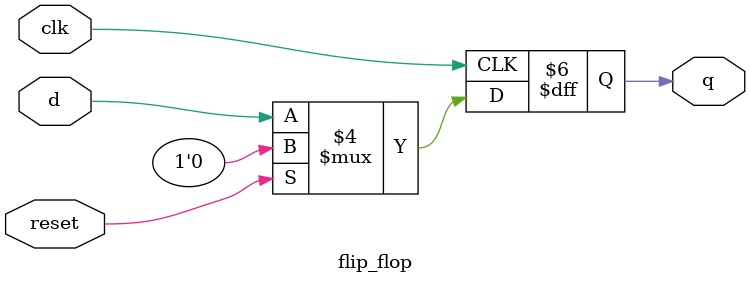
<source format=v>

module flip_flop(
  input wire clk,
  input wire d,
  input reset,

  output reg q
);

always @(posedge clk)
begin
  if(reset==1)
      q <= 1'b0;
  else
      q<=d;
end

endmodule

</source>
